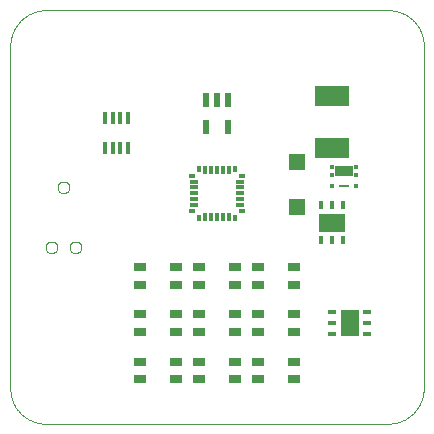
<source format=gtp>
G04 EAGLE Gerber RS-274X export*
G75*
%MOMM*%
%FSLAX35Y35*%
%LPD*%
%INsolder_paste_top*%
%IPPOS*%
%AMOC8*
5,1,8,0,0,1.08239X$1,22.5*%
G01*
%ADD10C,0.000000*%
%ADD11R,1.400000X1.400000*%
%ADD12R,1.000000X0.700000*%
%ADD13R,0.600000X1.200000*%
%ADD14R,0.550000X0.300000*%
%ADD15R,0.750000X0.300000*%
%ADD16R,0.300000X0.550000*%
%ADD17R,0.300000X0.750000*%
%ADD18R,0.450000X1.100000*%
%ADD19R,2.300000X1.500000*%
%ADD20R,0.460000X0.710000*%
%ADD21R,1.500000X0.950000*%
%ADD22R,0.450000X0.300000*%
%ADD23R,0.870000X0.230000*%
%ADD24R,1.500000X2.300000*%
%ADD25R,0.710000X0.460000*%
%ADD26R,3.000000X1.700000*%


D10*
X3200117Y3499817D02*
X300026Y3499983D01*
X300025Y3499983D02*
X292739Y3499885D01*
X285456Y3499610D01*
X278183Y3499159D01*
X270922Y3498531D01*
X263679Y3497728D01*
X256457Y3496749D01*
X249262Y3495595D01*
X242096Y3494267D01*
X234965Y3492766D01*
X227872Y3491092D01*
X220822Y3489247D01*
X213819Y3487231D01*
X206867Y3485046D01*
X199969Y3482693D01*
X193131Y3480173D01*
X186356Y3477489D01*
X179648Y3474640D01*
X173011Y3471630D01*
X166449Y3468460D01*
X159966Y3465132D01*
X153566Y3461647D01*
X147252Y3458008D01*
X141028Y3454218D01*
X134898Y3450277D01*
X128865Y3446189D01*
X122933Y3441955D01*
X117105Y3437579D01*
X111386Y3433063D01*
X105777Y3428410D01*
X100284Y3423622D01*
X94907Y3418702D01*
X89652Y3413653D01*
X84521Y3408478D01*
X79517Y3403180D01*
X74642Y3397763D01*
X69901Y3392229D01*
X65295Y3386581D01*
X60827Y3380824D01*
X56501Y3374959D01*
X52318Y3368992D01*
X48281Y3362925D01*
X44392Y3356761D01*
X40654Y3350506D01*
X37068Y3344161D01*
X33638Y3337731D01*
X30364Y3331220D01*
X27250Y3324632D01*
X24296Y3317970D01*
X21504Y3311238D01*
X18877Y3304441D01*
X16415Y3297581D01*
X14121Y3290665D01*
X11994Y3283694D01*
X10038Y3276674D01*
X8252Y3269609D01*
X6638Y3262502D01*
X5197Y3255358D01*
X3930Y3248182D01*
X2837Y3240977D01*
X1919Y3233747D01*
X1177Y3226497D01*
X611Y3219232D01*
X221Y3211955D01*
X8Y3204670D01*
X8Y3204671D02*
X92Y295129D01*
X91Y295129D02*
X238Y287825D01*
X565Y280527D01*
X1070Y273238D01*
X1754Y265965D01*
X2616Y258710D01*
X3656Y251478D01*
X4873Y244275D01*
X6267Y237103D01*
X7836Y229968D01*
X9580Y222873D01*
X11498Y215824D01*
X13587Y208823D01*
X15848Y201876D01*
X18279Y194986D01*
X20878Y188159D01*
X23644Y181397D01*
X26575Y174705D01*
X29670Y168086D01*
X32926Y161546D01*
X36341Y155088D01*
X39914Y148715D01*
X43642Y142432D01*
X47523Y136243D01*
X51555Y130150D01*
X55736Y124159D01*
X60062Y118271D01*
X64531Y112492D01*
X69141Y106824D01*
X73888Y101271D01*
X78770Y95836D01*
X83785Y90523D01*
X88928Y85334D01*
X94197Y80273D01*
X99588Y75343D01*
X105099Y70546D01*
X110726Y65887D01*
X116465Y61366D01*
X122314Y56988D01*
X128268Y52755D01*
X134325Y48670D01*
X140480Y44734D01*
X146730Y40950D01*
X153070Y37321D01*
X159498Y33848D01*
X166009Y30535D01*
X172600Y27382D01*
X179265Y24392D01*
X186003Y21566D01*
X192807Y18906D01*
X199675Y16415D01*
X206602Y14092D01*
X213584Y11941D01*
X220616Y9961D01*
X227695Y8154D01*
X234816Y6522D01*
X241975Y5065D01*
X249168Y3784D01*
X256390Y2680D01*
X263636Y1753D01*
X270904Y1005D01*
X278187Y435D01*
X285483Y44D01*
X292785Y-167D01*
X300091Y-200D01*
X300092Y-200D02*
X3200100Y-200D01*
X3207349Y-112D01*
X3214594Y150D01*
X3221830Y588D01*
X3229054Y1201D01*
X3236261Y1987D01*
X3243447Y2948D01*
X3250607Y4082D01*
X3257738Y5389D01*
X3264835Y6868D01*
X3271895Y8517D01*
X3278912Y10337D01*
X3285884Y12326D01*
X3292805Y14483D01*
X3299672Y16806D01*
X3306481Y19295D01*
X3313228Y21948D01*
X3319909Y24762D01*
X3326520Y27738D01*
X3333057Y30872D01*
X3339517Y34163D01*
X3345895Y37610D01*
X3352188Y41209D01*
X3358392Y44960D01*
X3364504Y48859D01*
X3370519Y52905D01*
X3376436Y57095D01*
X3382249Y61427D01*
X3387956Y65898D01*
X3393553Y70505D01*
X3399037Y75247D01*
X3404405Y80119D01*
X3409653Y85120D01*
X3414780Y90247D01*
X3419781Y95495D01*
X3424653Y100863D01*
X3429395Y106347D01*
X3434002Y111944D01*
X3438473Y117651D01*
X3442805Y123464D01*
X3446995Y129381D01*
X3451041Y135396D01*
X3454940Y141508D01*
X3458691Y147712D01*
X3462290Y154005D01*
X3465737Y160383D01*
X3469028Y166843D01*
X3472162Y173380D01*
X3475138Y179991D01*
X3477952Y186672D01*
X3480605Y193419D01*
X3483094Y200228D01*
X3485417Y207095D01*
X3487574Y214016D01*
X3489563Y220988D01*
X3491383Y228005D01*
X3493032Y235065D01*
X3494511Y242162D01*
X3495818Y249293D01*
X3496952Y256453D01*
X3497913Y263639D01*
X3498699Y270846D01*
X3499312Y278070D01*
X3499750Y285306D01*
X3500012Y292551D01*
X3500100Y299800D01*
X3500100Y3199817D01*
X3500010Y3207179D01*
X3499739Y3214537D01*
X3499287Y3221886D01*
X3498656Y3229221D01*
X3497844Y3236539D01*
X3496853Y3243835D01*
X3495684Y3251104D01*
X3494336Y3258342D01*
X3492811Y3265545D01*
X3491110Y3272708D01*
X3489234Y3279828D01*
X3487183Y3286899D01*
X3484960Y3293918D01*
X3482564Y3300880D01*
X3479999Y3307782D01*
X3477266Y3314618D01*
X3474365Y3321385D01*
X3471299Y3328079D01*
X3468070Y3334696D01*
X3464679Y3341231D01*
X3461129Y3347682D01*
X3457422Y3354043D01*
X3453559Y3360311D01*
X3449544Y3366483D01*
X3445379Y3372554D01*
X3441066Y3378521D01*
X3436608Y3384381D01*
X3432008Y3390129D01*
X3427268Y3395763D01*
X3422391Y3401279D01*
X3417380Y3406673D01*
X3412238Y3411943D01*
X3406969Y3417085D01*
X3401574Y3422096D01*
X3396059Y3426974D01*
X3390425Y3431714D01*
X3384677Y3436315D01*
X3378818Y3440773D01*
X3372851Y3445086D01*
X3366780Y3449252D01*
X3360609Y3453267D01*
X3354340Y3457130D01*
X3347980Y3460837D01*
X3341529Y3464388D01*
X3334994Y3467779D01*
X3328378Y3471009D01*
X3321684Y3474075D01*
X3314917Y3476976D01*
X3308081Y3479710D01*
X3301180Y3482276D01*
X3294218Y3484671D01*
X3287199Y3486895D01*
X3280128Y3488946D01*
X3273008Y3490823D01*
X3265845Y3492524D01*
X3258642Y3494050D01*
X3251404Y3495398D01*
X3244135Y3496568D01*
X3236839Y3497559D01*
X3229521Y3498371D01*
X3222186Y3499003D01*
X3214837Y3499455D01*
X3207479Y3499726D01*
X3200117Y3499817D01*
D11*
X2425000Y1835000D03*
X2425000Y2215000D03*
D12*
X1100000Y1325000D03*
X1100000Y1175000D03*
X1400000Y1325000D03*
X1400000Y1175000D03*
X1600000Y1325000D03*
X1600000Y1175000D03*
X1900000Y1325000D03*
X1900000Y1175000D03*
X2100000Y1325000D03*
X2100000Y1175000D03*
X2400000Y1325000D03*
X2400000Y1175000D03*
X1100000Y925000D03*
X1100000Y775000D03*
X1400000Y925000D03*
X1400000Y775000D03*
X1600000Y925000D03*
X1600000Y775000D03*
X1900000Y925000D03*
X1900000Y775000D03*
X2100000Y925000D03*
X2100000Y775000D03*
X2400000Y925000D03*
X2400000Y775000D03*
X1100000Y525000D03*
X1100000Y375000D03*
X1400000Y525000D03*
X1400000Y375000D03*
X1600000Y525000D03*
X1600000Y375000D03*
X1900000Y525000D03*
X1900000Y375000D03*
X2100000Y525000D03*
X2100000Y375000D03*
X2400000Y525000D03*
X2400000Y375000D03*
D13*
X1750000Y2740000D03*
X1845000Y2740000D03*
X1655000Y2740000D03*
X1655000Y2510000D03*
X1845000Y2510000D03*
D14*
X1958000Y1800000D03*
D15*
X1948000Y1850000D03*
X1948000Y1900000D03*
X1948000Y1950000D03*
X1948000Y2000000D03*
X1948000Y2050000D03*
D14*
X1958000Y2100000D03*
D16*
X1900000Y2158000D03*
D17*
X1850000Y2148000D03*
X1800000Y2148000D03*
X1750000Y2148000D03*
X1700000Y2148000D03*
X1650000Y2148000D03*
D16*
X1600000Y2158000D03*
D14*
X1542000Y2100000D03*
D15*
X1552000Y2050000D03*
X1552000Y2000000D03*
X1552000Y1950000D03*
X1552000Y1900000D03*
X1552000Y1850000D03*
D14*
X1542000Y1800000D03*
D16*
X1600000Y1742000D03*
D17*
X1650000Y1752000D03*
X1700000Y1752000D03*
X1750000Y1752000D03*
X1800000Y1752000D03*
X1850000Y1752000D03*
D16*
X1900000Y1742000D03*
D18*
X800500Y2331000D03*
X865500Y2331000D03*
X930500Y2331000D03*
X995500Y2331000D03*
X995500Y2586000D03*
X930500Y2586000D03*
X865500Y2586000D03*
X800500Y2586000D03*
D19*
X2725000Y1700000D03*
D20*
X2631000Y1552000D03*
X2725000Y1552000D03*
X2819000Y1552000D03*
X2725000Y1848000D03*
X2820000Y1848000D03*
X2630000Y1848000D03*
D21*
X2825000Y2140000D03*
D22*
X2922500Y2172500D03*
X2922500Y2107500D03*
X2727500Y2172500D03*
X2727500Y2107500D03*
X2922500Y2012000D03*
X2727500Y2012000D03*
D23*
X2825000Y2008500D03*
D24*
X2875000Y850000D03*
D25*
X3023000Y756000D03*
X3023000Y850000D03*
X3023000Y944000D03*
X2727000Y850000D03*
X2727000Y945000D03*
X2727000Y755000D03*
D26*
X2725000Y2770000D03*
X2725000Y2330000D03*
D10*
X400470Y2000000D02*
X400485Y2001216D01*
X400530Y2002430D01*
X400604Y2003644D01*
X400709Y2004855D01*
X400842Y2006063D01*
X401006Y2007268D01*
X401199Y2008468D01*
X401422Y2009663D01*
X401673Y2010852D01*
X401954Y2012035D01*
X402264Y2013210D01*
X402603Y2014378D01*
X402970Y2015537D01*
X403365Y2016686D01*
X403789Y2017826D01*
X404240Y2018954D01*
X404719Y2020072D01*
X405225Y2021177D01*
X405759Y2022269D01*
X406318Y2023348D01*
X406905Y2024413D01*
X407517Y2025464D01*
X408154Y2026498D01*
X408817Y2027517D01*
X409505Y2028520D01*
X410217Y2029505D01*
X410953Y2030472D01*
X411713Y2031421D01*
X412495Y2032352D01*
X413301Y2033262D01*
X414128Y2034153D01*
X414977Y2035023D01*
X415847Y2035872D01*
X416738Y2036699D01*
X417648Y2037505D01*
X418579Y2038287D01*
X419528Y2039047D01*
X420495Y2039783D01*
X421480Y2040495D01*
X422483Y2041183D01*
X423502Y2041846D01*
X424536Y2042483D01*
X425587Y2043095D01*
X426652Y2043682D01*
X427731Y2044241D01*
X428823Y2044775D01*
X429928Y2045281D01*
X431046Y2045760D01*
X432174Y2046211D01*
X433314Y2046635D01*
X434463Y2047030D01*
X435622Y2047397D01*
X436790Y2047736D01*
X437965Y2048046D01*
X439148Y2048327D01*
X440337Y2048578D01*
X441532Y2048801D01*
X442732Y2048994D01*
X443937Y2049158D01*
X445145Y2049291D01*
X446356Y2049396D01*
X447570Y2049470D01*
X448784Y2049515D01*
X450000Y2049530D01*
X451216Y2049515D01*
X452430Y2049470D01*
X453644Y2049396D01*
X454855Y2049291D01*
X456063Y2049158D01*
X457268Y2048994D01*
X458468Y2048801D01*
X459663Y2048578D01*
X460852Y2048327D01*
X462035Y2048046D01*
X463210Y2047736D01*
X464378Y2047397D01*
X465537Y2047030D01*
X466686Y2046635D01*
X467826Y2046211D01*
X468954Y2045760D01*
X470072Y2045281D01*
X471177Y2044775D01*
X472269Y2044241D01*
X473348Y2043682D01*
X474413Y2043095D01*
X475464Y2042483D01*
X476498Y2041846D01*
X477517Y2041183D01*
X478520Y2040495D01*
X479505Y2039783D01*
X480472Y2039047D01*
X481421Y2038287D01*
X482352Y2037505D01*
X483262Y2036699D01*
X484153Y2035872D01*
X485023Y2035023D01*
X485872Y2034153D01*
X486699Y2033262D01*
X487505Y2032352D01*
X488287Y2031421D01*
X489047Y2030472D01*
X489783Y2029505D01*
X490495Y2028520D01*
X491183Y2027517D01*
X491846Y2026498D01*
X492483Y2025464D01*
X493095Y2024413D01*
X493682Y2023348D01*
X494241Y2022269D01*
X494775Y2021177D01*
X495281Y2020072D01*
X495760Y2018954D01*
X496211Y2017826D01*
X496635Y2016686D01*
X497030Y2015537D01*
X497397Y2014378D01*
X497736Y2013210D01*
X498046Y2012035D01*
X498327Y2010852D01*
X498578Y2009663D01*
X498801Y2008468D01*
X498994Y2007268D01*
X499158Y2006063D01*
X499291Y2004855D01*
X499396Y2003644D01*
X499470Y2002430D01*
X499515Y2001216D01*
X499530Y2000000D01*
X499515Y1998784D01*
X499470Y1997570D01*
X499396Y1996356D01*
X499291Y1995145D01*
X499158Y1993937D01*
X498994Y1992732D01*
X498801Y1991532D01*
X498578Y1990337D01*
X498327Y1989148D01*
X498046Y1987965D01*
X497736Y1986790D01*
X497397Y1985622D01*
X497030Y1984463D01*
X496635Y1983314D01*
X496211Y1982174D01*
X495760Y1981046D01*
X495281Y1979928D01*
X494775Y1978823D01*
X494241Y1977731D01*
X493682Y1976652D01*
X493095Y1975587D01*
X492483Y1974536D01*
X491846Y1973502D01*
X491183Y1972483D01*
X490495Y1971480D01*
X489783Y1970495D01*
X489047Y1969528D01*
X488287Y1968579D01*
X487505Y1967648D01*
X486699Y1966738D01*
X485872Y1965847D01*
X485023Y1964977D01*
X484153Y1964128D01*
X483262Y1963301D01*
X482352Y1962495D01*
X481421Y1961713D01*
X480472Y1960953D01*
X479505Y1960217D01*
X478520Y1959505D01*
X477517Y1958817D01*
X476498Y1958154D01*
X475464Y1957517D01*
X474413Y1956905D01*
X473348Y1956318D01*
X472269Y1955759D01*
X471177Y1955225D01*
X470072Y1954719D01*
X468954Y1954240D01*
X467826Y1953789D01*
X466686Y1953365D01*
X465537Y1952970D01*
X464378Y1952603D01*
X463210Y1952264D01*
X462035Y1951954D01*
X460852Y1951673D01*
X459663Y1951422D01*
X458468Y1951199D01*
X457268Y1951006D01*
X456063Y1950842D01*
X454855Y1950709D01*
X453644Y1950604D01*
X452430Y1950530D01*
X451216Y1950485D01*
X450000Y1950470D01*
X448784Y1950485D01*
X447570Y1950530D01*
X446356Y1950604D01*
X445145Y1950709D01*
X443937Y1950842D01*
X442732Y1951006D01*
X441532Y1951199D01*
X440337Y1951422D01*
X439148Y1951673D01*
X437965Y1951954D01*
X436790Y1952264D01*
X435622Y1952603D01*
X434463Y1952970D01*
X433314Y1953365D01*
X432174Y1953789D01*
X431046Y1954240D01*
X429928Y1954719D01*
X428823Y1955225D01*
X427731Y1955759D01*
X426652Y1956318D01*
X425587Y1956905D01*
X424536Y1957517D01*
X423502Y1958154D01*
X422483Y1958817D01*
X421480Y1959505D01*
X420495Y1960217D01*
X419528Y1960953D01*
X418579Y1961713D01*
X417648Y1962495D01*
X416738Y1963301D01*
X415847Y1964128D01*
X414977Y1964977D01*
X414128Y1965847D01*
X413301Y1966738D01*
X412495Y1967648D01*
X411713Y1968579D01*
X410953Y1969528D01*
X410217Y1970495D01*
X409505Y1971480D01*
X408817Y1972483D01*
X408154Y1973502D01*
X407517Y1974536D01*
X406905Y1975587D01*
X406318Y1976652D01*
X405759Y1977731D01*
X405225Y1978823D01*
X404719Y1979928D01*
X404240Y1981046D01*
X403789Y1982174D01*
X403365Y1983314D01*
X402970Y1984463D01*
X402603Y1985622D01*
X402264Y1986790D01*
X401954Y1987965D01*
X401673Y1989148D01*
X401422Y1990337D01*
X401199Y1991532D01*
X401006Y1992732D01*
X400842Y1993937D01*
X400709Y1995145D01*
X400604Y1996356D01*
X400530Y1997570D01*
X400485Y1998784D01*
X400470Y2000000D01*
X298870Y1492000D02*
X298885Y1493216D01*
X298930Y1494430D01*
X299004Y1495644D01*
X299109Y1496855D01*
X299242Y1498063D01*
X299406Y1499268D01*
X299599Y1500468D01*
X299822Y1501663D01*
X300073Y1502852D01*
X300354Y1504035D01*
X300664Y1505210D01*
X301003Y1506378D01*
X301370Y1507537D01*
X301765Y1508686D01*
X302189Y1509826D01*
X302640Y1510954D01*
X303119Y1512072D01*
X303625Y1513177D01*
X304159Y1514269D01*
X304718Y1515348D01*
X305305Y1516413D01*
X305917Y1517464D01*
X306554Y1518498D01*
X307217Y1519517D01*
X307905Y1520520D01*
X308617Y1521505D01*
X309353Y1522472D01*
X310113Y1523421D01*
X310895Y1524352D01*
X311701Y1525262D01*
X312528Y1526153D01*
X313377Y1527023D01*
X314247Y1527872D01*
X315138Y1528699D01*
X316048Y1529505D01*
X316979Y1530287D01*
X317928Y1531047D01*
X318895Y1531783D01*
X319880Y1532495D01*
X320883Y1533183D01*
X321902Y1533846D01*
X322936Y1534483D01*
X323987Y1535095D01*
X325052Y1535682D01*
X326131Y1536241D01*
X327223Y1536775D01*
X328328Y1537281D01*
X329446Y1537760D01*
X330574Y1538211D01*
X331714Y1538635D01*
X332863Y1539030D01*
X334022Y1539397D01*
X335190Y1539736D01*
X336365Y1540046D01*
X337548Y1540327D01*
X338737Y1540578D01*
X339932Y1540801D01*
X341132Y1540994D01*
X342337Y1541158D01*
X343545Y1541291D01*
X344756Y1541396D01*
X345970Y1541470D01*
X347184Y1541515D01*
X348400Y1541530D01*
X349616Y1541515D01*
X350830Y1541470D01*
X352044Y1541396D01*
X353255Y1541291D01*
X354463Y1541158D01*
X355668Y1540994D01*
X356868Y1540801D01*
X358063Y1540578D01*
X359252Y1540327D01*
X360435Y1540046D01*
X361610Y1539736D01*
X362778Y1539397D01*
X363937Y1539030D01*
X365086Y1538635D01*
X366226Y1538211D01*
X367354Y1537760D01*
X368472Y1537281D01*
X369577Y1536775D01*
X370669Y1536241D01*
X371748Y1535682D01*
X372813Y1535095D01*
X373864Y1534483D01*
X374898Y1533846D01*
X375917Y1533183D01*
X376920Y1532495D01*
X377905Y1531783D01*
X378872Y1531047D01*
X379821Y1530287D01*
X380752Y1529505D01*
X381662Y1528699D01*
X382553Y1527872D01*
X383423Y1527023D01*
X384272Y1526153D01*
X385099Y1525262D01*
X385905Y1524352D01*
X386687Y1523421D01*
X387447Y1522472D01*
X388183Y1521505D01*
X388895Y1520520D01*
X389583Y1519517D01*
X390246Y1518498D01*
X390883Y1517464D01*
X391495Y1516413D01*
X392082Y1515348D01*
X392641Y1514269D01*
X393175Y1513177D01*
X393681Y1512072D01*
X394160Y1510954D01*
X394611Y1509826D01*
X395035Y1508686D01*
X395430Y1507537D01*
X395797Y1506378D01*
X396136Y1505210D01*
X396446Y1504035D01*
X396727Y1502852D01*
X396978Y1501663D01*
X397201Y1500468D01*
X397394Y1499268D01*
X397558Y1498063D01*
X397691Y1496855D01*
X397796Y1495644D01*
X397870Y1494430D01*
X397915Y1493216D01*
X397930Y1492000D01*
X397915Y1490784D01*
X397870Y1489570D01*
X397796Y1488356D01*
X397691Y1487145D01*
X397558Y1485937D01*
X397394Y1484732D01*
X397201Y1483532D01*
X396978Y1482337D01*
X396727Y1481148D01*
X396446Y1479965D01*
X396136Y1478790D01*
X395797Y1477622D01*
X395430Y1476463D01*
X395035Y1475314D01*
X394611Y1474174D01*
X394160Y1473046D01*
X393681Y1471928D01*
X393175Y1470823D01*
X392641Y1469731D01*
X392082Y1468652D01*
X391495Y1467587D01*
X390883Y1466536D01*
X390246Y1465502D01*
X389583Y1464483D01*
X388895Y1463480D01*
X388183Y1462495D01*
X387447Y1461528D01*
X386687Y1460579D01*
X385905Y1459648D01*
X385099Y1458738D01*
X384272Y1457847D01*
X383423Y1456977D01*
X382553Y1456128D01*
X381662Y1455301D01*
X380752Y1454495D01*
X379821Y1453713D01*
X378872Y1452953D01*
X377905Y1452217D01*
X376920Y1451505D01*
X375917Y1450817D01*
X374898Y1450154D01*
X373864Y1449517D01*
X372813Y1448905D01*
X371748Y1448318D01*
X370669Y1447759D01*
X369577Y1447225D01*
X368472Y1446719D01*
X367354Y1446240D01*
X366226Y1445789D01*
X365086Y1445365D01*
X363937Y1444970D01*
X362778Y1444603D01*
X361610Y1444264D01*
X360435Y1443954D01*
X359252Y1443673D01*
X358063Y1443422D01*
X356868Y1443199D01*
X355668Y1443006D01*
X354463Y1442842D01*
X353255Y1442709D01*
X352044Y1442604D01*
X350830Y1442530D01*
X349616Y1442485D01*
X348400Y1442470D01*
X347184Y1442485D01*
X345970Y1442530D01*
X344756Y1442604D01*
X343545Y1442709D01*
X342337Y1442842D01*
X341132Y1443006D01*
X339932Y1443199D01*
X338737Y1443422D01*
X337548Y1443673D01*
X336365Y1443954D01*
X335190Y1444264D01*
X334022Y1444603D01*
X332863Y1444970D01*
X331714Y1445365D01*
X330574Y1445789D01*
X329446Y1446240D01*
X328328Y1446719D01*
X327223Y1447225D01*
X326131Y1447759D01*
X325052Y1448318D01*
X323987Y1448905D01*
X322936Y1449517D01*
X321902Y1450154D01*
X320883Y1450817D01*
X319880Y1451505D01*
X318895Y1452217D01*
X317928Y1452953D01*
X316979Y1453713D01*
X316048Y1454495D01*
X315138Y1455301D01*
X314247Y1456128D01*
X313377Y1456977D01*
X312528Y1457847D01*
X311701Y1458738D01*
X310895Y1459648D01*
X310113Y1460579D01*
X309353Y1461528D01*
X308617Y1462495D01*
X307905Y1463480D01*
X307217Y1464483D01*
X306554Y1465502D01*
X305917Y1466536D01*
X305305Y1467587D01*
X304718Y1468652D01*
X304159Y1469731D01*
X303625Y1470823D01*
X303119Y1471928D01*
X302640Y1473046D01*
X302189Y1474174D01*
X301765Y1475314D01*
X301370Y1476463D01*
X301003Y1477622D01*
X300664Y1478790D01*
X300354Y1479965D01*
X300073Y1481148D01*
X299822Y1482337D01*
X299599Y1483532D01*
X299406Y1484732D01*
X299242Y1485937D01*
X299109Y1487145D01*
X299004Y1488356D01*
X298930Y1489570D01*
X298885Y1490784D01*
X298870Y1492000D01*
X502070Y1492000D02*
X502085Y1493216D01*
X502130Y1494430D01*
X502204Y1495644D01*
X502309Y1496855D01*
X502442Y1498063D01*
X502606Y1499268D01*
X502799Y1500468D01*
X503022Y1501663D01*
X503273Y1502852D01*
X503554Y1504035D01*
X503864Y1505210D01*
X504203Y1506378D01*
X504570Y1507537D01*
X504965Y1508686D01*
X505389Y1509826D01*
X505840Y1510954D01*
X506319Y1512072D01*
X506825Y1513177D01*
X507359Y1514269D01*
X507918Y1515348D01*
X508505Y1516413D01*
X509117Y1517464D01*
X509754Y1518498D01*
X510417Y1519517D01*
X511105Y1520520D01*
X511817Y1521505D01*
X512553Y1522472D01*
X513313Y1523421D01*
X514095Y1524352D01*
X514901Y1525262D01*
X515728Y1526153D01*
X516577Y1527023D01*
X517447Y1527872D01*
X518338Y1528699D01*
X519248Y1529505D01*
X520179Y1530287D01*
X521128Y1531047D01*
X522095Y1531783D01*
X523080Y1532495D01*
X524083Y1533183D01*
X525102Y1533846D01*
X526136Y1534483D01*
X527187Y1535095D01*
X528252Y1535682D01*
X529331Y1536241D01*
X530423Y1536775D01*
X531528Y1537281D01*
X532646Y1537760D01*
X533774Y1538211D01*
X534914Y1538635D01*
X536063Y1539030D01*
X537222Y1539397D01*
X538390Y1539736D01*
X539565Y1540046D01*
X540748Y1540327D01*
X541937Y1540578D01*
X543132Y1540801D01*
X544332Y1540994D01*
X545537Y1541158D01*
X546745Y1541291D01*
X547956Y1541396D01*
X549170Y1541470D01*
X550384Y1541515D01*
X551600Y1541530D01*
X552816Y1541515D01*
X554030Y1541470D01*
X555244Y1541396D01*
X556455Y1541291D01*
X557663Y1541158D01*
X558868Y1540994D01*
X560068Y1540801D01*
X561263Y1540578D01*
X562452Y1540327D01*
X563635Y1540046D01*
X564810Y1539736D01*
X565978Y1539397D01*
X567137Y1539030D01*
X568286Y1538635D01*
X569426Y1538211D01*
X570554Y1537760D01*
X571672Y1537281D01*
X572777Y1536775D01*
X573869Y1536241D01*
X574948Y1535682D01*
X576013Y1535095D01*
X577064Y1534483D01*
X578098Y1533846D01*
X579117Y1533183D01*
X580120Y1532495D01*
X581105Y1531783D01*
X582072Y1531047D01*
X583021Y1530287D01*
X583952Y1529505D01*
X584862Y1528699D01*
X585753Y1527872D01*
X586623Y1527023D01*
X587472Y1526153D01*
X588299Y1525262D01*
X589105Y1524352D01*
X589887Y1523421D01*
X590647Y1522472D01*
X591383Y1521505D01*
X592095Y1520520D01*
X592783Y1519517D01*
X593446Y1518498D01*
X594083Y1517464D01*
X594695Y1516413D01*
X595282Y1515348D01*
X595841Y1514269D01*
X596375Y1513177D01*
X596881Y1512072D01*
X597360Y1510954D01*
X597811Y1509826D01*
X598235Y1508686D01*
X598630Y1507537D01*
X598997Y1506378D01*
X599336Y1505210D01*
X599646Y1504035D01*
X599927Y1502852D01*
X600178Y1501663D01*
X600401Y1500468D01*
X600594Y1499268D01*
X600758Y1498063D01*
X600891Y1496855D01*
X600996Y1495644D01*
X601070Y1494430D01*
X601115Y1493216D01*
X601130Y1492000D01*
X601115Y1490784D01*
X601070Y1489570D01*
X600996Y1488356D01*
X600891Y1487145D01*
X600758Y1485937D01*
X600594Y1484732D01*
X600401Y1483532D01*
X600178Y1482337D01*
X599927Y1481148D01*
X599646Y1479965D01*
X599336Y1478790D01*
X598997Y1477622D01*
X598630Y1476463D01*
X598235Y1475314D01*
X597811Y1474174D01*
X597360Y1473046D01*
X596881Y1471928D01*
X596375Y1470823D01*
X595841Y1469731D01*
X595282Y1468652D01*
X594695Y1467587D01*
X594083Y1466536D01*
X593446Y1465502D01*
X592783Y1464483D01*
X592095Y1463480D01*
X591383Y1462495D01*
X590647Y1461528D01*
X589887Y1460579D01*
X589105Y1459648D01*
X588299Y1458738D01*
X587472Y1457847D01*
X586623Y1456977D01*
X585753Y1456128D01*
X584862Y1455301D01*
X583952Y1454495D01*
X583021Y1453713D01*
X582072Y1452953D01*
X581105Y1452217D01*
X580120Y1451505D01*
X579117Y1450817D01*
X578098Y1450154D01*
X577064Y1449517D01*
X576013Y1448905D01*
X574948Y1448318D01*
X573869Y1447759D01*
X572777Y1447225D01*
X571672Y1446719D01*
X570554Y1446240D01*
X569426Y1445789D01*
X568286Y1445365D01*
X567137Y1444970D01*
X565978Y1444603D01*
X564810Y1444264D01*
X563635Y1443954D01*
X562452Y1443673D01*
X561263Y1443422D01*
X560068Y1443199D01*
X558868Y1443006D01*
X557663Y1442842D01*
X556455Y1442709D01*
X555244Y1442604D01*
X554030Y1442530D01*
X552816Y1442485D01*
X551600Y1442470D01*
X550384Y1442485D01*
X549170Y1442530D01*
X547956Y1442604D01*
X546745Y1442709D01*
X545537Y1442842D01*
X544332Y1443006D01*
X543132Y1443199D01*
X541937Y1443422D01*
X540748Y1443673D01*
X539565Y1443954D01*
X538390Y1444264D01*
X537222Y1444603D01*
X536063Y1444970D01*
X534914Y1445365D01*
X533774Y1445789D01*
X532646Y1446240D01*
X531528Y1446719D01*
X530423Y1447225D01*
X529331Y1447759D01*
X528252Y1448318D01*
X527187Y1448905D01*
X526136Y1449517D01*
X525102Y1450154D01*
X524083Y1450817D01*
X523080Y1451505D01*
X522095Y1452217D01*
X521128Y1452953D01*
X520179Y1453713D01*
X519248Y1454495D01*
X518338Y1455301D01*
X517447Y1456128D01*
X516577Y1456977D01*
X515728Y1457847D01*
X514901Y1458738D01*
X514095Y1459648D01*
X513313Y1460579D01*
X512553Y1461528D01*
X511817Y1462495D01*
X511105Y1463480D01*
X510417Y1464483D01*
X509754Y1465502D01*
X509117Y1466536D01*
X508505Y1467587D01*
X507918Y1468652D01*
X507359Y1469731D01*
X506825Y1470823D01*
X506319Y1471928D01*
X505840Y1473046D01*
X505389Y1474174D01*
X504965Y1475314D01*
X504570Y1476463D01*
X504203Y1477622D01*
X503864Y1478790D01*
X503554Y1479965D01*
X503273Y1481148D01*
X503022Y1482337D01*
X502799Y1483532D01*
X502606Y1484732D01*
X502442Y1485937D01*
X502309Y1487145D01*
X502204Y1488356D01*
X502130Y1489570D01*
X502085Y1490784D01*
X502070Y1492000D01*
M02*

</source>
